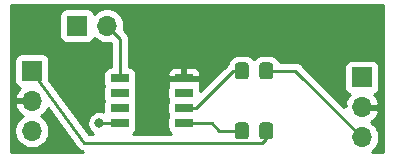
<source format=gbr>
G04 #@! TF.GenerationSoftware,KiCad,Pcbnew,5.1.5+dfsg1-2build2*
G04 #@! TF.CreationDate,2022-04-06T15:29:18-04:00*
G04 #@! TF.ProjectId,elpixel,656c7069-7865-46c2-9e6b-696361645f70,rev?*
G04 #@! TF.SameCoordinates,Original*
G04 #@! TF.FileFunction,Copper,L1,Top*
G04 #@! TF.FilePolarity,Positive*
%FSLAX46Y46*%
G04 Gerber Fmt 4.6, Leading zero omitted, Abs format (unit mm)*
G04 Created by KiCad (PCBNEW 5.1.5+dfsg1-2build2) date 2022-04-06 15:29:18*
%MOMM*%
%LPD*%
G04 APERTURE LIST*
%ADD10R,1.525000X0.700000*%
%ADD11O,1.700000X1.700000*%
%ADD12R,1.700000X1.700000*%
%ADD13C,0.100000*%
%ADD14C,0.800000*%
%ADD15C,0.250000*%
%ADD16C,0.254000*%
G04 APERTURE END LIST*
D10*
X144608000Y-99695000D03*
X144608000Y-100965000D03*
X144608000Y-102235000D03*
X144608000Y-103505000D03*
X150032000Y-103505000D03*
X150032000Y-102235000D03*
X150032000Y-100965000D03*
X150032000Y-99695000D03*
D11*
X137160000Y-104140000D03*
X137160000Y-101600000D03*
D12*
X137160000Y-99060000D03*
X140970000Y-95250000D03*
D11*
X143510000Y-95250000D03*
D12*
X165100000Y-99615001D03*
D11*
X165100000Y-102155001D03*
X165100000Y-104695001D03*
G04 #@! TA.AperFunction,SMDPad,CuDef*
D13*
G36*
X155289505Y-98361204D02*
G01*
X155313773Y-98364804D01*
X155337572Y-98370765D01*
X155360671Y-98379030D01*
X155382850Y-98389520D01*
X155403893Y-98402132D01*
X155423599Y-98416747D01*
X155441777Y-98433223D01*
X155458253Y-98451401D01*
X155472868Y-98471107D01*
X155485480Y-98492150D01*
X155495970Y-98514329D01*
X155504235Y-98537428D01*
X155510196Y-98561227D01*
X155513796Y-98585495D01*
X155515000Y-98609999D01*
X155515000Y-99510001D01*
X155513796Y-99534505D01*
X155510196Y-99558773D01*
X155504235Y-99582572D01*
X155495970Y-99605671D01*
X155485480Y-99627850D01*
X155472868Y-99648893D01*
X155458253Y-99668599D01*
X155441777Y-99686777D01*
X155423599Y-99703253D01*
X155403893Y-99717868D01*
X155382850Y-99730480D01*
X155360671Y-99740970D01*
X155337572Y-99749235D01*
X155313773Y-99755196D01*
X155289505Y-99758796D01*
X155265001Y-99760000D01*
X154614999Y-99760000D01*
X154590495Y-99758796D01*
X154566227Y-99755196D01*
X154542428Y-99749235D01*
X154519329Y-99740970D01*
X154497150Y-99730480D01*
X154476107Y-99717868D01*
X154456401Y-99703253D01*
X154438223Y-99686777D01*
X154421747Y-99668599D01*
X154407132Y-99648893D01*
X154394520Y-99627850D01*
X154384030Y-99605671D01*
X154375765Y-99582572D01*
X154369804Y-99558773D01*
X154366204Y-99534505D01*
X154365000Y-99510001D01*
X154365000Y-98609999D01*
X154366204Y-98585495D01*
X154369804Y-98561227D01*
X154375765Y-98537428D01*
X154384030Y-98514329D01*
X154394520Y-98492150D01*
X154407132Y-98471107D01*
X154421747Y-98451401D01*
X154438223Y-98433223D01*
X154456401Y-98416747D01*
X154476107Y-98402132D01*
X154497150Y-98389520D01*
X154519329Y-98379030D01*
X154542428Y-98370765D01*
X154566227Y-98364804D01*
X154590495Y-98361204D01*
X154614999Y-98360000D01*
X155265001Y-98360000D01*
X155289505Y-98361204D01*
G37*
G04 #@! TD.AperFunction*
G04 #@! TA.AperFunction,SMDPad,CuDef*
G36*
X157339505Y-98361204D02*
G01*
X157363773Y-98364804D01*
X157387572Y-98370765D01*
X157410671Y-98379030D01*
X157432850Y-98389520D01*
X157453893Y-98402132D01*
X157473599Y-98416747D01*
X157491777Y-98433223D01*
X157508253Y-98451401D01*
X157522868Y-98471107D01*
X157535480Y-98492150D01*
X157545970Y-98514329D01*
X157554235Y-98537428D01*
X157560196Y-98561227D01*
X157563796Y-98585495D01*
X157565000Y-98609999D01*
X157565000Y-99510001D01*
X157563796Y-99534505D01*
X157560196Y-99558773D01*
X157554235Y-99582572D01*
X157545970Y-99605671D01*
X157535480Y-99627850D01*
X157522868Y-99648893D01*
X157508253Y-99668599D01*
X157491777Y-99686777D01*
X157473599Y-99703253D01*
X157453893Y-99717868D01*
X157432850Y-99730480D01*
X157410671Y-99740970D01*
X157387572Y-99749235D01*
X157363773Y-99755196D01*
X157339505Y-99758796D01*
X157315001Y-99760000D01*
X156664999Y-99760000D01*
X156640495Y-99758796D01*
X156616227Y-99755196D01*
X156592428Y-99749235D01*
X156569329Y-99740970D01*
X156547150Y-99730480D01*
X156526107Y-99717868D01*
X156506401Y-99703253D01*
X156488223Y-99686777D01*
X156471747Y-99668599D01*
X156457132Y-99648893D01*
X156444520Y-99627850D01*
X156434030Y-99605671D01*
X156425765Y-99582572D01*
X156419804Y-99558773D01*
X156416204Y-99534505D01*
X156415000Y-99510001D01*
X156415000Y-98609999D01*
X156416204Y-98585495D01*
X156419804Y-98561227D01*
X156425765Y-98537428D01*
X156434030Y-98514329D01*
X156444520Y-98492150D01*
X156457132Y-98471107D01*
X156471747Y-98451401D01*
X156488223Y-98433223D01*
X156506401Y-98416747D01*
X156526107Y-98402132D01*
X156547150Y-98389520D01*
X156569329Y-98379030D01*
X156592428Y-98370765D01*
X156616227Y-98364804D01*
X156640495Y-98361204D01*
X156664999Y-98360000D01*
X157315001Y-98360000D01*
X157339505Y-98361204D01*
G37*
G04 #@! TD.AperFunction*
G04 #@! TA.AperFunction,SMDPad,CuDef*
G36*
X157339505Y-103441204D02*
G01*
X157363773Y-103444804D01*
X157387572Y-103450765D01*
X157410671Y-103459030D01*
X157432850Y-103469520D01*
X157453893Y-103482132D01*
X157473599Y-103496747D01*
X157491777Y-103513223D01*
X157508253Y-103531401D01*
X157522868Y-103551107D01*
X157535480Y-103572150D01*
X157545970Y-103594329D01*
X157554235Y-103617428D01*
X157560196Y-103641227D01*
X157563796Y-103665495D01*
X157565000Y-103689999D01*
X157565000Y-104590001D01*
X157563796Y-104614505D01*
X157560196Y-104638773D01*
X157554235Y-104662572D01*
X157545970Y-104685671D01*
X157535480Y-104707850D01*
X157522868Y-104728893D01*
X157508253Y-104748599D01*
X157491777Y-104766777D01*
X157473599Y-104783253D01*
X157453893Y-104797868D01*
X157432850Y-104810480D01*
X157410671Y-104820970D01*
X157387572Y-104829235D01*
X157363773Y-104835196D01*
X157339505Y-104838796D01*
X157315001Y-104840000D01*
X156664999Y-104840000D01*
X156640495Y-104838796D01*
X156616227Y-104835196D01*
X156592428Y-104829235D01*
X156569329Y-104820970D01*
X156547150Y-104810480D01*
X156526107Y-104797868D01*
X156506401Y-104783253D01*
X156488223Y-104766777D01*
X156471747Y-104748599D01*
X156457132Y-104728893D01*
X156444520Y-104707850D01*
X156434030Y-104685671D01*
X156425765Y-104662572D01*
X156419804Y-104638773D01*
X156416204Y-104614505D01*
X156415000Y-104590001D01*
X156415000Y-103689999D01*
X156416204Y-103665495D01*
X156419804Y-103641227D01*
X156425765Y-103617428D01*
X156434030Y-103594329D01*
X156444520Y-103572150D01*
X156457132Y-103551107D01*
X156471747Y-103531401D01*
X156488223Y-103513223D01*
X156506401Y-103496747D01*
X156526107Y-103482132D01*
X156547150Y-103469520D01*
X156569329Y-103459030D01*
X156592428Y-103450765D01*
X156616227Y-103444804D01*
X156640495Y-103441204D01*
X156664999Y-103440000D01*
X157315001Y-103440000D01*
X157339505Y-103441204D01*
G37*
G04 #@! TD.AperFunction*
G04 #@! TA.AperFunction,SMDPad,CuDef*
G36*
X155289505Y-103441204D02*
G01*
X155313773Y-103444804D01*
X155337572Y-103450765D01*
X155360671Y-103459030D01*
X155382850Y-103469520D01*
X155403893Y-103482132D01*
X155423599Y-103496747D01*
X155441777Y-103513223D01*
X155458253Y-103531401D01*
X155472868Y-103551107D01*
X155485480Y-103572150D01*
X155495970Y-103594329D01*
X155504235Y-103617428D01*
X155510196Y-103641227D01*
X155513796Y-103665495D01*
X155515000Y-103689999D01*
X155515000Y-104590001D01*
X155513796Y-104614505D01*
X155510196Y-104638773D01*
X155504235Y-104662572D01*
X155495970Y-104685671D01*
X155485480Y-104707850D01*
X155472868Y-104728893D01*
X155458253Y-104748599D01*
X155441777Y-104766777D01*
X155423599Y-104783253D01*
X155403893Y-104797868D01*
X155382850Y-104810480D01*
X155360671Y-104820970D01*
X155337572Y-104829235D01*
X155313773Y-104835196D01*
X155289505Y-104838796D01*
X155265001Y-104840000D01*
X154614999Y-104840000D01*
X154590495Y-104838796D01*
X154566227Y-104835196D01*
X154542428Y-104829235D01*
X154519329Y-104820970D01*
X154497150Y-104810480D01*
X154476107Y-104797868D01*
X154456401Y-104783253D01*
X154438223Y-104766777D01*
X154421747Y-104748599D01*
X154407132Y-104728893D01*
X154394520Y-104707850D01*
X154384030Y-104685671D01*
X154375765Y-104662572D01*
X154369804Y-104638773D01*
X154366204Y-104614505D01*
X154365000Y-104590001D01*
X154365000Y-103689999D01*
X154366204Y-103665495D01*
X154369804Y-103641227D01*
X154375765Y-103617428D01*
X154384030Y-103594329D01*
X154394520Y-103572150D01*
X154407132Y-103551107D01*
X154421747Y-103531401D01*
X154438223Y-103513223D01*
X154456401Y-103496747D01*
X154476107Y-103482132D01*
X154497150Y-103469520D01*
X154519329Y-103459030D01*
X154542428Y-103450765D01*
X154566227Y-103444804D01*
X154590495Y-103441204D01*
X154614999Y-103440000D01*
X155265001Y-103440000D01*
X155289505Y-103441204D01*
G37*
G04 #@! TD.AperFunction*
D14*
X142875000Y-103505000D03*
D15*
X144608000Y-96348000D02*
X143510000Y-95250000D01*
X144608000Y-99695000D02*
X144608000Y-96348000D01*
X142875000Y-103505000D02*
X144608000Y-103505000D01*
X154940000Y-104140000D02*
X153035000Y-104140000D01*
X152400000Y-103505000D02*
X150032000Y-103505000D01*
X153035000Y-104140000D02*
X152400000Y-103505000D01*
X154219500Y-99060000D02*
X154940000Y-99060000D01*
X151044500Y-102235000D02*
X154219500Y-99060000D01*
X150032000Y-102235000D02*
X151044500Y-102235000D01*
X137545001Y-99615001D02*
X136445001Y-99615001D01*
X141605000Y-105165010D02*
X137545001Y-99615001D01*
X156664990Y-105165010D02*
X141605000Y-105165010D01*
X156990000Y-104840000D02*
X156664990Y-105165010D01*
X156990000Y-104140000D02*
X156990000Y-104840000D01*
X159464999Y-99060000D02*
X165100000Y-104695001D01*
X156990000Y-99060000D02*
X159464999Y-99060000D01*
D16*
G36*
X166878000Y-105918000D02*
G01*
X165942582Y-105918000D01*
X166046632Y-105848476D01*
X166253475Y-105641633D01*
X166415990Y-105398412D01*
X166527932Y-105128159D01*
X166585000Y-104841261D01*
X166585000Y-104548741D01*
X166527932Y-104261843D01*
X166415990Y-103991590D01*
X166253475Y-103748369D01*
X166046632Y-103541526D01*
X165864466Y-103419806D01*
X165981355Y-103350179D01*
X166197588Y-103155270D01*
X166371641Y-102921921D01*
X166496825Y-102659100D01*
X166541476Y-102511891D01*
X166420155Y-102282001D01*
X165227000Y-102282001D01*
X165227000Y-102302001D01*
X164973000Y-102302001D01*
X164973000Y-102282001D01*
X164953000Y-102282001D01*
X164953000Y-102028001D01*
X164973000Y-102028001D01*
X164973000Y-102008001D01*
X165227000Y-102008001D01*
X165227000Y-102028001D01*
X166420155Y-102028001D01*
X166541476Y-101798111D01*
X166496825Y-101650902D01*
X166371641Y-101388081D01*
X166197588Y-101154732D01*
X166113534Y-101078967D01*
X166194180Y-101054503D01*
X166304494Y-100995538D01*
X166401185Y-100916186D01*
X166480537Y-100819495D01*
X166539502Y-100709181D01*
X166575812Y-100589483D01*
X166588072Y-100465001D01*
X166588072Y-98765001D01*
X166575812Y-98640519D01*
X166539502Y-98520821D01*
X166480537Y-98410507D01*
X166401185Y-98313816D01*
X166304494Y-98234464D01*
X166194180Y-98175499D01*
X166074482Y-98139189D01*
X165950000Y-98126929D01*
X164250000Y-98126929D01*
X164125518Y-98139189D01*
X164005820Y-98175499D01*
X163895506Y-98234464D01*
X163798815Y-98313816D01*
X163719463Y-98410507D01*
X163660498Y-98520821D01*
X163624188Y-98640519D01*
X163611928Y-98765001D01*
X163611928Y-100465001D01*
X163624188Y-100589483D01*
X163660498Y-100709181D01*
X163719463Y-100819495D01*
X163798815Y-100916186D01*
X163895506Y-100995538D01*
X164005820Y-101054503D01*
X164086466Y-101078967D01*
X164002412Y-101154732D01*
X163828359Y-101388081D01*
X163703175Y-101650902D01*
X163658524Y-101798111D01*
X163779844Y-102027999D01*
X163615000Y-102027999D01*
X163615000Y-102135200D01*
X160028803Y-98549003D01*
X160005000Y-98519999D01*
X159889275Y-98425026D01*
X159757246Y-98354454D01*
X159613985Y-98310997D01*
X159502332Y-98300000D01*
X159502321Y-98300000D01*
X159464999Y-98296324D01*
X159427677Y-98300000D01*
X158144527Y-98300000D01*
X158135472Y-98270149D01*
X158053405Y-98116613D01*
X157942962Y-97982038D01*
X157808387Y-97871595D01*
X157654851Y-97789528D01*
X157488255Y-97738992D01*
X157315001Y-97721928D01*
X156664999Y-97721928D01*
X156491745Y-97738992D01*
X156325149Y-97789528D01*
X156171613Y-97871595D01*
X156037038Y-97982038D01*
X155965000Y-98069816D01*
X155892962Y-97982038D01*
X155758387Y-97871595D01*
X155604851Y-97789528D01*
X155438255Y-97738992D01*
X155265001Y-97721928D01*
X154614999Y-97721928D01*
X154441745Y-97738992D01*
X154275149Y-97789528D01*
X154121613Y-97871595D01*
X153987038Y-97982038D01*
X153876595Y-98116613D01*
X153794528Y-98270149D01*
X153743992Y-98436745D01*
X153740742Y-98469738D01*
X153679499Y-98519999D01*
X153655701Y-98548997D01*
X151432572Y-100772127D01*
X151432572Y-100615000D01*
X151420312Y-100490518D01*
X151384002Y-100370820D01*
X151362183Y-100330000D01*
X151384002Y-100289180D01*
X151420312Y-100169482D01*
X151432572Y-100045000D01*
X151429500Y-99980750D01*
X151270750Y-99822000D01*
X150159000Y-99822000D01*
X150159000Y-99842000D01*
X149905000Y-99842000D01*
X149905000Y-99822000D01*
X148793250Y-99822000D01*
X148634500Y-99980750D01*
X148631428Y-100045000D01*
X148643688Y-100169482D01*
X148679998Y-100289180D01*
X148701817Y-100330000D01*
X148679998Y-100370820D01*
X148643688Y-100490518D01*
X148631428Y-100615000D01*
X148631428Y-101315000D01*
X148643688Y-101439482D01*
X148679998Y-101559180D01*
X148701817Y-101600000D01*
X148679998Y-101640820D01*
X148643688Y-101760518D01*
X148631428Y-101885000D01*
X148631428Y-102585000D01*
X148643688Y-102709482D01*
X148679998Y-102829180D01*
X148701817Y-102870000D01*
X148679998Y-102910820D01*
X148643688Y-103030518D01*
X148631428Y-103155000D01*
X148631428Y-103855000D01*
X148643688Y-103979482D01*
X148679998Y-104099180D01*
X148738963Y-104209494D01*
X148818315Y-104306185D01*
X148915006Y-104385537D01*
X148951437Y-104405010D01*
X145688563Y-104405010D01*
X145724994Y-104385537D01*
X145821685Y-104306185D01*
X145901037Y-104209494D01*
X145960002Y-104099180D01*
X145996312Y-103979482D01*
X146008572Y-103855000D01*
X146008572Y-103155000D01*
X145996312Y-103030518D01*
X145960002Y-102910820D01*
X145938183Y-102870000D01*
X145960002Y-102829180D01*
X145996312Y-102709482D01*
X146008572Y-102585000D01*
X146008572Y-101885000D01*
X145996312Y-101760518D01*
X145960002Y-101640820D01*
X145938183Y-101600000D01*
X145960002Y-101559180D01*
X145996312Y-101439482D01*
X146008572Y-101315000D01*
X146008572Y-100615000D01*
X145996312Y-100490518D01*
X145960002Y-100370820D01*
X145938183Y-100330000D01*
X145960002Y-100289180D01*
X145996312Y-100169482D01*
X146008572Y-100045000D01*
X146008572Y-99345000D01*
X148631428Y-99345000D01*
X148634500Y-99409250D01*
X148793250Y-99568000D01*
X149905000Y-99568000D01*
X149905000Y-98868750D01*
X150159000Y-98868750D01*
X150159000Y-99568000D01*
X151270750Y-99568000D01*
X151429500Y-99409250D01*
X151432572Y-99345000D01*
X151420312Y-99220518D01*
X151384002Y-99100820D01*
X151325037Y-98990506D01*
X151245685Y-98893815D01*
X151148994Y-98814463D01*
X151038680Y-98755498D01*
X150918982Y-98719188D01*
X150794500Y-98706928D01*
X150317750Y-98710000D01*
X150159000Y-98868750D01*
X149905000Y-98868750D01*
X149746250Y-98710000D01*
X149269500Y-98706928D01*
X149145018Y-98719188D01*
X149025320Y-98755498D01*
X148915006Y-98814463D01*
X148818315Y-98893815D01*
X148738963Y-98990506D01*
X148679998Y-99100820D01*
X148643688Y-99220518D01*
X148631428Y-99345000D01*
X146008572Y-99345000D01*
X145996312Y-99220518D01*
X145960002Y-99100820D01*
X145901037Y-98990506D01*
X145821685Y-98893815D01*
X145724994Y-98814463D01*
X145614680Y-98755498D01*
X145494982Y-98719188D01*
X145370500Y-98706928D01*
X145368000Y-98706928D01*
X145368000Y-96385322D01*
X145371676Y-96347999D01*
X145368000Y-96310676D01*
X145368000Y-96310667D01*
X145357003Y-96199014D01*
X145313546Y-96055753D01*
X145242974Y-95923724D01*
X145229811Y-95907685D01*
X145171799Y-95836996D01*
X145171795Y-95836992D01*
X145148001Y-95807999D01*
X145119008Y-95784205D01*
X144951210Y-95616407D01*
X144995000Y-95396260D01*
X144995000Y-95103740D01*
X144937932Y-94816842D01*
X144825990Y-94546589D01*
X144663475Y-94303368D01*
X144456632Y-94096525D01*
X144213411Y-93934010D01*
X143943158Y-93822068D01*
X143656260Y-93765000D01*
X143363740Y-93765000D01*
X143076842Y-93822068D01*
X142806589Y-93934010D01*
X142563368Y-94096525D01*
X142431513Y-94228380D01*
X142409502Y-94155820D01*
X142350537Y-94045506D01*
X142271185Y-93948815D01*
X142174494Y-93869463D01*
X142064180Y-93810498D01*
X141944482Y-93774188D01*
X141820000Y-93761928D01*
X140120000Y-93761928D01*
X139995518Y-93774188D01*
X139875820Y-93810498D01*
X139765506Y-93869463D01*
X139668815Y-93948815D01*
X139589463Y-94045506D01*
X139530498Y-94155820D01*
X139494188Y-94275518D01*
X139481928Y-94400000D01*
X139481928Y-96100000D01*
X139494188Y-96224482D01*
X139530498Y-96344180D01*
X139589463Y-96454494D01*
X139668815Y-96551185D01*
X139765506Y-96630537D01*
X139875820Y-96689502D01*
X139995518Y-96725812D01*
X140120000Y-96738072D01*
X141820000Y-96738072D01*
X141944482Y-96725812D01*
X142064180Y-96689502D01*
X142174494Y-96630537D01*
X142271185Y-96551185D01*
X142350537Y-96454494D01*
X142409502Y-96344180D01*
X142431513Y-96271620D01*
X142563368Y-96403475D01*
X142806589Y-96565990D01*
X143076842Y-96677932D01*
X143363740Y-96735000D01*
X143656260Y-96735000D01*
X143848001Y-96696860D01*
X143848000Y-98706928D01*
X143845500Y-98706928D01*
X143721018Y-98719188D01*
X143601320Y-98755498D01*
X143491006Y-98814463D01*
X143394315Y-98893815D01*
X143314963Y-98990506D01*
X143255998Y-99100820D01*
X143219688Y-99220518D01*
X143207428Y-99345000D01*
X143207428Y-100045000D01*
X143219688Y-100169482D01*
X143255998Y-100289180D01*
X143277817Y-100330000D01*
X143255998Y-100370820D01*
X143219688Y-100490518D01*
X143207428Y-100615000D01*
X143207428Y-101315000D01*
X143219688Y-101439482D01*
X143255998Y-101559180D01*
X143277817Y-101600000D01*
X143255998Y-101640820D01*
X143219688Y-101760518D01*
X143207428Y-101885000D01*
X143207428Y-102522420D01*
X143176898Y-102509774D01*
X142976939Y-102470000D01*
X142773061Y-102470000D01*
X142573102Y-102509774D01*
X142384744Y-102587795D01*
X142215226Y-102701063D01*
X142071063Y-102845226D01*
X141957795Y-103014744D01*
X141879774Y-103203102D01*
X141840000Y-103403061D01*
X141840000Y-103606939D01*
X141879774Y-103806898D01*
X141957795Y-103995256D01*
X142071063Y-104164774D01*
X142215226Y-104308937D01*
X142359010Y-104405010D01*
X141990682Y-104405010D01*
X138648072Y-99835671D01*
X138648072Y-98210000D01*
X138635812Y-98085518D01*
X138599502Y-97965820D01*
X138540537Y-97855506D01*
X138461185Y-97758815D01*
X138364494Y-97679463D01*
X138254180Y-97620498D01*
X138134482Y-97584188D01*
X138010000Y-97571928D01*
X136310000Y-97571928D01*
X136185518Y-97584188D01*
X136065820Y-97620498D01*
X135955506Y-97679463D01*
X135858815Y-97758815D01*
X135779463Y-97855506D01*
X135720498Y-97965820D01*
X135684188Y-98085518D01*
X135671928Y-98210000D01*
X135671928Y-99910000D01*
X135684188Y-100034482D01*
X135720498Y-100154180D01*
X135779463Y-100264494D01*
X135858815Y-100361185D01*
X135955506Y-100440537D01*
X136065820Y-100499502D01*
X136146466Y-100523966D01*
X136062412Y-100599731D01*
X135888359Y-100833080D01*
X135763175Y-101095901D01*
X135718524Y-101243110D01*
X135839845Y-101473000D01*
X137033000Y-101473000D01*
X137033000Y-101453000D01*
X137287000Y-101453000D01*
X137287000Y-101473000D01*
X137307000Y-101473000D01*
X137307000Y-101727000D01*
X137287000Y-101727000D01*
X137287000Y-101747000D01*
X137033000Y-101747000D01*
X137033000Y-101727000D01*
X135839845Y-101727000D01*
X135718524Y-101956890D01*
X135763175Y-102104099D01*
X135888359Y-102366920D01*
X136062412Y-102600269D01*
X136278645Y-102795178D01*
X136395534Y-102864805D01*
X136213368Y-102986525D01*
X136006525Y-103193368D01*
X135844010Y-103436589D01*
X135732068Y-103706842D01*
X135675000Y-103993740D01*
X135675000Y-104286260D01*
X135732068Y-104573158D01*
X135844010Y-104843411D01*
X136006525Y-105086632D01*
X136213368Y-105293475D01*
X136456589Y-105455990D01*
X136726842Y-105567932D01*
X137013740Y-105625000D01*
X137306260Y-105625000D01*
X137593158Y-105567932D01*
X137863411Y-105455990D01*
X138106632Y-105293475D01*
X138313475Y-105086632D01*
X138475990Y-104843411D01*
X138587932Y-104573158D01*
X138645000Y-104286260D01*
X138645000Y-103993740D01*
X138587932Y-103706842D01*
X138475990Y-103436589D01*
X138313475Y-103193368D01*
X138106632Y-102986525D01*
X137924466Y-102864805D01*
X138041355Y-102795178D01*
X138257588Y-102600269D01*
X138431641Y-102366920D01*
X138504527Y-102213897D01*
X140959988Y-105570506D01*
X140970026Y-105589286D01*
X141004087Y-105630789D01*
X141013647Y-105643858D01*
X141027770Y-105659647D01*
X141064999Y-105705011D01*
X141077586Y-105715341D01*
X141088444Y-105727480D01*
X141135364Y-105762758D01*
X141180724Y-105799984D01*
X141195082Y-105807659D01*
X141208102Y-105817448D01*
X141260993Y-105842889D01*
X141312753Y-105870556D01*
X141328341Y-105875284D01*
X141343013Y-105882342D01*
X141399839Y-105896973D01*
X141456014Y-105914013D01*
X141472224Y-105915610D01*
X141481508Y-105918000D01*
X135382000Y-105918000D01*
X135382000Y-93472000D01*
X166878000Y-93472000D01*
X166878000Y-105918000D01*
G37*
X166878000Y-105918000D02*
X165942582Y-105918000D01*
X166046632Y-105848476D01*
X166253475Y-105641633D01*
X166415990Y-105398412D01*
X166527932Y-105128159D01*
X166585000Y-104841261D01*
X166585000Y-104548741D01*
X166527932Y-104261843D01*
X166415990Y-103991590D01*
X166253475Y-103748369D01*
X166046632Y-103541526D01*
X165864466Y-103419806D01*
X165981355Y-103350179D01*
X166197588Y-103155270D01*
X166371641Y-102921921D01*
X166496825Y-102659100D01*
X166541476Y-102511891D01*
X166420155Y-102282001D01*
X165227000Y-102282001D01*
X165227000Y-102302001D01*
X164973000Y-102302001D01*
X164973000Y-102282001D01*
X164953000Y-102282001D01*
X164953000Y-102028001D01*
X164973000Y-102028001D01*
X164973000Y-102008001D01*
X165227000Y-102008001D01*
X165227000Y-102028001D01*
X166420155Y-102028001D01*
X166541476Y-101798111D01*
X166496825Y-101650902D01*
X166371641Y-101388081D01*
X166197588Y-101154732D01*
X166113534Y-101078967D01*
X166194180Y-101054503D01*
X166304494Y-100995538D01*
X166401185Y-100916186D01*
X166480537Y-100819495D01*
X166539502Y-100709181D01*
X166575812Y-100589483D01*
X166588072Y-100465001D01*
X166588072Y-98765001D01*
X166575812Y-98640519D01*
X166539502Y-98520821D01*
X166480537Y-98410507D01*
X166401185Y-98313816D01*
X166304494Y-98234464D01*
X166194180Y-98175499D01*
X166074482Y-98139189D01*
X165950000Y-98126929D01*
X164250000Y-98126929D01*
X164125518Y-98139189D01*
X164005820Y-98175499D01*
X163895506Y-98234464D01*
X163798815Y-98313816D01*
X163719463Y-98410507D01*
X163660498Y-98520821D01*
X163624188Y-98640519D01*
X163611928Y-98765001D01*
X163611928Y-100465001D01*
X163624188Y-100589483D01*
X163660498Y-100709181D01*
X163719463Y-100819495D01*
X163798815Y-100916186D01*
X163895506Y-100995538D01*
X164005820Y-101054503D01*
X164086466Y-101078967D01*
X164002412Y-101154732D01*
X163828359Y-101388081D01*
X163703175Y-101650902D01*
X163658524Y-101798111D01*
X163779844Y-102027999D01*
X163615000Y-102027999D01*
X163615000Y-102135200D01*
X160028803Y-98549003D01*
X160005000Y-98519999D01*
X159889275Y-98425026D01*
X159757246Y-98354454D01*
X159613985Y-98310997D01*
X159502332Y-98300000D01*
X159502321Y-98300000D01*
X159464999Y-98296324D01*
X159427677Y-98300000D01*
X158144527Y-98300000D01*
X158135472Y-98270149D01*
X158053405Y-98116613D01*
X157942962Y-97982038D01*
X157808387Y-97871595D01*
X157654851Y-97789528D01*
X157488255Y-97738992D01*
X157315001Y-97721928D01*
X156664999Y-97721928D01*
X156491745Y-97738992D01*
X156325149Y-97789528D01*
X156171613Y-97871595D01*
X156037038Y-97982038D01*
X155965000Y-98069816D01*
X155892962Y-97982038D01*
X155758387Y-97871595D01*
X155604851Y-97789528D01*
X155438255Y-97738992D01*
X155265001Y-97721928D01*
X154614999Y-97721928D01*
X154441745Y-97738992D01*
X154275149Y-97789528D01*
X154121613Y-97871595D01*
X153987038Y-97982038D01*
X153876595Y-98116613D01*
X153794528Y-98270149D01*
X153743992Y-98436745D01*
X153740742Y-98469738D01*
X153679499Y-98519999D01*
X153655701Y-98548997D01*
X151432572Y-100772127D01*
X151432572Y-100615000D01*
X151420312Y-100490518D01*
X151384002Y-100370820D01*
X151362183Y-100330000D01*
X151384002Y-100289180D01*
X151420312Y-100169482D01*
X151432572Y-100045000D01*
X151429500Y-99980750D01*
X151270750Y-99822000D01*
X150159000Y-99822000D01*
X150159000Y-99842000D01*
X149905000Y-99842000D01*
X149905000Y-99822000D01*
X148793250Y-99822000D01*
X148634500Y-99980750D01*
X148631428Y-100045000D01*
X148643688Y-100169482D01*
X148679998Y-100289180D01*
X148701817Y-100330000D01*
X148679998Y-100370820D01*
X148643688Y-100490518D01*
X148631428Y-100615000D01*
X148631428Y-101315000D01*
X148643688Y-101439482D01*
X148679998Y-101559180D01*
X148701817Y-101600000D01*
X148679998Y-101640820D01*
X148643688Y-101760518D01*
X148631428Y-101885000D01*
X148631428Y-102585000D01*
X148643688Y-102709482D01*
X148679998Y-102829180D01*
X148701817Y-102870000D01*
X148679998Y-102910820D01*
X148643688Y-103030518D01*
X148631428Y-103155000D01*
X148631428Y-103855000D01*
X148643688Y-103979482D01*
X148679998Y-104099180D01*
X148738963Y-104209494D01*
X148818315Y-104306185D01*
X148915006Y-104385537D01*
X148951437Y-104405010D01*
X145688563Y-104405010D01*
X145724994Y-104385537D01*
X145821685Y-104306185D01*
X145901037Y-104209494D01*
X145960002Y-104099180D01*
X145996312Y-103979482D01*
X146008572Y-103855000D01*
X146008572Y-103155000D01*
X145996312Y-103030518D01*
X145960002Y-102910820D01*
X145938183Y-102870000D01*
X145960002Y-102829180D01*
X145996312Y-102709482D01*
X146008572Y-102585000D01*
X146008572Y-101885000D01*
X145996312Y-101760518D01*
X145960002Y-101640820D01*
X145938183Y-101600000D01*
X145960002Y-101559180D01*
X145996312Y-101439482D01*
X146008572Y-101315000D01*
X146008572Y-100615000D01*
X145996312Y-100490518D01*
X145960002Y-100370820D01*
X145938183Y-100330000D01*
X145960002Y-100289180D01*
X145996312Y-100169482D01*
X146008572Y-100045000D01*
X146008572Y-99345000D01*
X148631428Y-99345000D01*
X148634500Y-99409250D01*
X148793250Y-99568000D01*
X149905000Y-99568000D01*
X149905000Y-98868750D01*
X150159000Y-98868750D01*
X150159000Y-99568000D01*
X151270750Y-99568000D01*
X151429500Y-99409250D01*
X151432572Y-99345000D01*
X151420312Y-99220518D01*
X151384002Y-99100820D01*
X151325037Y-98990506D01*
X151245685Y-98893815D01*
X151148994Y-98814463D01*
X151038680Y-98755498D01*
X150918982Y-98719188D01*
X150794500Y-98706928D01*
X150317750Y-98710000D01*
X150159000Y-98868750D01*
X149905000Y-98868750D01*
X149746250Y-98710000D01*
X149269500Y-98706928D01*
X149145018Y-98719188D01*
X149025320Y-98755498D01*
X148915006Y-98814463D01*
X148818315Y-98893815D01*
X148738963Y-98990506D01*
X148679998Y-99100820D01*
X148643688Y-99220518D01*
X148631428Y-99345000D01*
X146008572Y-99345000D01*
X145996312Y-99220518D01*
X145960002Y-99100820D01*
X145901037Y-98990506D01*
X145821685Y-98893815D01*
X145724994Y-98814463D01*
X145614680Y-98755498D01*
X145494982Y-98719188D01*
X145370500Y-98706928D01*
X145368000Y-98706928D01*
X145368000Y-96385322D01*
X145371676Y-96347999D01*
X145368000Y-96310676D01*
X145368000Y-96310667D01*
X145357003Y-96199014D01*
X145313546Y-96055753D01*
X145242974Y-95923724D01*
X145229811Y-95907685D01*
X145171799Y-95836996D01*
X145171795Y-95836992D01*
X145148001Y-95807999D01*
X145119008Y-95784205D01*
X144951210Y-95616407D01*
X144995000Y-95396260D01*
X144995000Y-95103740D01*
X144937932Y-94816842D01*
X144825990Y-94546589D01*
X144663475Y-94303368D01*
X144456632Y-94096525D01*
X144213411Y-93934010D01*
X143943158Y-93822068D01*
X143656260Y-93765000D01*
X143363740Y-93765000D01*
X143076842Y-93822068D01*
X142806589Y-93934010D01*
X142563368Y-94096525D01*
X142431513Y-94228380D01*
X142409502Y-94155820D01*
X142350537Y-94045506D01*
X142271185Y-93948815D01*
X142174494Y-93869463D01*
X142064180Y-93810498D01*
X141944482Y-93774188D01*
X141820000Y-93761928D01*
X140120000Y-93761928D01*
X139995518Y-93774188D01*
X139875820Y-93810498D01*
X139765506Y-93869463D01*
X139668815Y-93948815D01*
X139589463Y-94045506D01*
X139530498Y-94155820D01*
X139494188Y-94275518D01*
X139481928Y-94400000D01*
X139481928Y-96100000D01*
X139494188Y-96224482D01*
X139530498Y-96344180D01*
X139589463Y-96454494D01*
X139668815Y-96551185D01*
X139765506Y-96630537D01*
X139875820Y-96689502D01*
X139995518Y-96725812D01*
X140120000Y-96738072D01*
X141820000Y-96738072D01*
X141944482Y-96725812D01*
X142064180Y-96689502D01*
X142174494Y-96630537D01*
X142271185Y-96551185D01*
X142350537Y-96454494D01*
X142409502Y-96344180D01*
X142431513Y-96271620D01*
X142563368Y-96403475D01*
X142806589Y-96565990D01*
X143076842Y-96677932D01*
X143363740Y-96735000D01*
X143656260Y-96735000D01*
X143848001Y-96696860D01*
X143848000Y-98706928D01*
X143845500Y-98706928D01*
X143721018Y-98719188D01*
X143601320Y-98755498D01*
X143491006Y-98814463D01*
X143394315Y-98893815D01*
X143314963Y-98990506D01*
X143255998Y-99100820D01*
X143219688Y-99220518D01*
X143207428Y-99345000D01*
X143207428Y-100045000D01*
X143219688Y-100169482D01*
X143255998Y-100289180D01*
X143277817Y-100330000D01*
X143255998Y-100370820D01*
X143219688Y-100490518D01*
X143207428Y-100615000D01*
X143207428Y-101315000D01*
X143219688Y-101439482D01*
X143255998Y-101559180D01*
X143277817Y-101600000D01*
X143255998Y-101640820D01*
X143219688Y-101760518D01*
X143207428Y-101885000D01*
X143207428Y-102522420D01*
X143176898Y-102509774D01*
X142976939Y-102470000D01*
X142773061Y-102470000D01*
X142573102Y-102509774D01*
X142384744Y-102587795D01*
X142215226Y-102701063D01*
X142071063Y-102845226D01*
X141957795Y-103014744D01*
X141879774Y-103203102D01*
X141840000Y-103403061D01*
X141840000Y-103606939D01*
X141879774Y-103806898D01*
X141957795Y-103995256D01*
X142071063Y-104164774D01*
X142215226Y-104308937D01*
X142359010Y-104405010D01*
X141990682Y-104405010D01*
X138648072Y-99835671D01*
X138648072Y-98210000D01*
X138635812Y-98085518D01*
X138599502Y-97965820D01*
X138540537Y-97855506D01*
X138461185Y-97758815D01*
X138364494Y-97679463D01*
X138254180Y-97620498D01*
X138134482Y-97584188D01*
X138010000Y-97571928D01*
X136310000Y-97571928D01*
X136185518Y-97584188D01*
X136065820Y-97620498D01*
X135955506Y-97679463D01*
X135858815Y-97758815D01*
X135779463Y-97855506D01*
X135720498Y-97965820D01*
X135684188Y-98085518D01*
X135671928Y-98210000D01*
X135671928Y-99910000D01*
X135684188Y-100034482D01*
X135720498Y-100154180D01*
X135779463Y-100264494D01*
X135858815Y-100361185D01*
X135955506Y-100440537D01*
X136065820Y-100499502D01*
X136146466Y-100523966D01*
X136062412Y-100599731D01*
X135888359Y-100833080D01*
X135763175Y-101095901D01*
X135718524Y-101243110D01*
X135839845Y-101473000D01*
X137033000Y-101473000D01*
X137033000Y-101453000D01*
X137287000Y-101453000D01*
X137287000Y-101473000D01*
X137307000Y-101473000D01*
X137307000Y-101727000D01*
X137287000Y-101727000D01*
X137287000Y-101747000D01*
X137033000Y-101747000D01*
X137033000Y-101727000D01*
X135839845Y-101727000D01*
X135718524Y-101956890D01*
X135763175Y-102104099D01*
X135888359Y-102366920D01*
X136062412Y-102600269D01*
X136278645Y-102795178D01*
X136395534Y-102864805D01*
X136213368Y-102986525D01*
X136006525Y-103193368D01*
X135844010Y-103436589D01*
X135732068Y-103706842D01*
X135675000Y-103993740D01*
X135675000Y-104286260D01*
X135732068Y-104573158D01*
X135844010Y-104843411D01*
X136006525Y-105086632D01*
X136213368Y-105293475D01*
X136456589Y-105455990D01*
X136726842Y-105567932D01*
X137013740Y-105625000D01*
X137306260Y-105625000D01*
X137593158Y-105567932D01*
X137863411Y-105455990D01*
X138106632Y-105293475D01*
X138313475Y-105086632D01*
X138475990Y-104843411D01*
X138587932Y-104573158D01*
X138645000Y-104286260D01*
X138645000Y-103993740D01*
X138587932Y-103706842D01*
X138475990Y-103436589D01*
X138313475Y-103193368D01*
X138106632Y-102986525D01*
X137924466Y-102864805D01*
X138041355Y-102795178D01*
X138257588Y-102600269D01*
X138431641Y-102366920D01*
X138504527Y-102213897D01*
X140959988Y-105570506D01*
X140970026Y-105589286D01*
X141004087Y-105630789D01*
X141013647Y-105643858D01*
X141027770Y-105659647D01*
X141064999Y-105705011D01*
X141077586Y-105715341D01*
X141088444Y-105727480D01*
X141135364Y-105762758D01*
X141180724Y-105799984D01*
X141195082Y-105807659D01*
X141208102Y-105817448D01*
X141260993Y-105842889D01*
X141312753Y-105870556D01*
X141328341Y-105875284D01*
X141343013Y-105882342D01*
X141399839Y-105896973D01*
X141456014Y-105914013D01*
X141472224Y-105915610D01*
X141481508Y-105918000D01*
X135382000Y-105918000D01*
X135382000Y-93472000D01*
X166878000Y-93472000D01*
X166878000Y-105918000D01*
M02*

</source>
